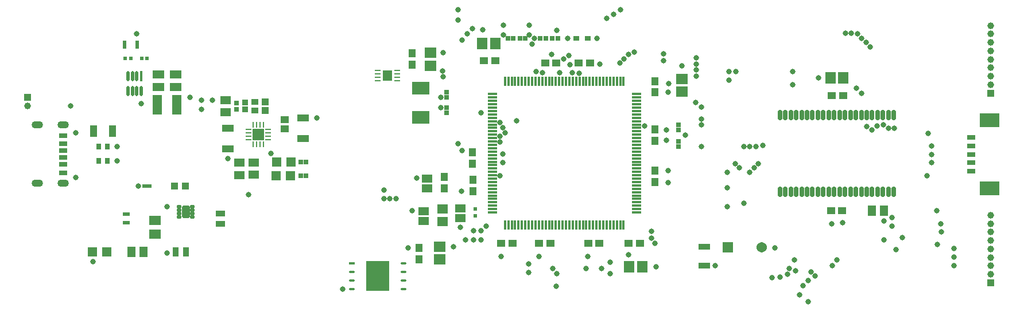
<source format=gbr>
%TF.GenerationSoftware,Altium Limited,Altium Designer,25.8.1 (18)*%
G04 Layer_Color=8388736*
%FSLAX45Y45*%
%MOMM*%
%TF.SameCoordinates,7B3F40D8-49BE-4A82-B445-1243D3C56F15*%
%TF.FilePolarity,Negative*%
%TF.FileFunction,Soldermask,Top*%
%TF.Part,Single*%
G01*
G75*
%TA.AperFunction,SMDPad,CuDef*%
%ADD11R,1.35000X0.35000*%
%ADD12R,0.35000X1.35000*%
%ADD15R,1.01213X1.15814*%
%ADD16R,1.15814X1.01213*%
%ADD17R,0.90000X0.80000*%
%ADD18R,1.70000X0.95000*%
%ADD19R,0.50000X0.50000*%
%ADD22R,1.40000X1.60000*%
G04:AMPARAMS|DCode=23|XSize=0.86107mm|YSize=0.23928mm|CornerRadius=0.11964mm|HoleSize=0mm|Usage=FLASHONLY|Rotation=0.000|XOffset=0mm|YOffset=0mm|HoleType=Round|Shape=RoundedRectangle|*
%AMROUNDEDRECTD23*
21,1,0.86107,0.00000,0,0,0.0*
21,1,0.62178,0.23928,0,0,0.0*
1,1,0.23928,0.31089,0.00000*
1,1,0.23928,-0.31089,0.00000*
1,1,0.23928,-0.31089,0.00000*
1,1,0.23928,0.31089,0.00000*
%
%ADD23ROUNDEDRECTD23*%
%ADD24R,1.80000X1.00000*%
%ADD27R,0.60000X1.25000*%
G04:AMPARAMS|DCode=28|XSize=1.50524mm|YSize=0.45493mm|CornerRadius=0.22746mm|HoleSize=0mm|Usage=FLASHONLY|Rotation=270.000|XOffset=0mm|YOffset=0mm|HoleType=Round|Shape=RoundedRectangle|*
%AMROUNDEDRECTD28*
21,1,1.50524,0.00000,0,0,270.0*
21,1,1.05031,0.45493,0,0,270.0*
1,1,0.45493,0.00000,-0.52516*
1,1,0.45493,0.00000,0.52516*
1,1,0.45493,0.00000,0.52516*
1,1,0.45493,0.00000,-0.52516*
%
%ADD28ROUNDEDRECTD28*%
%ADD30R,0.52000X0.52000*%
%ADD34R,1.68000X1.68000*%
G04:AMPARAMS|DCode=35|XSize=0.23928mm|YSize=0.86602mm|CornerRadius=0.11964mm|HoleSize=0mm|Usage=FLASHONLY|Rotation=0.000|XOffset=0mm|YOffset=0mm|HoleType=Round|Shape=RoundedRectangle|*
%AMROUNDEDRECTD35*
21,1,0.23928,0.62673,0,0,0.0*
21,1,0.00000,0.86602,0,0,0.0*
1,1,0.23928,0.00000,-0.31337*
1,1,0.23928,0.00000,-0.31337*
1,1,0.23928,0.00000,0.31337*
1,1,0.23928,0.00000,0.31337*
%
%ADD35ROUNDEDRECTD35*%
%ADD36R,3.50000X4.40000*%
G04:AMPARAMS|DCode=37|XSize=0.86107mm|YSize=0.39247mm|CornerRadius=0.19624mm|HoleSize=0mm|Usage=FLASHONLY|Rotation=0.000|XOffset=0mm|YOffset=0mm|HoleType=Round|Shape=RoundedRectangle|*
%AMROUNDEDRECTD37*
21,1,0.86107,0.00000,0,0,0.0*
21,1,0.46860,0.39247,0,0,0.0*
1,1,0.39247,0.23430,0.00000*
1,1,0.39247,-0.23430,0.00000*
1,1,0.39247,-0.23430,0.00000*
1,1,0.39247,0.23430,0.00000*
%
%ADD37ROUNDEDRECTD37*%
G04:AMPARAMS|DCode=38|XSize=0.86602mm|YSize=0.23928mm|CornerRadius=0.11964mm|HoleSize=0mm|Usage=FLASHONLY|Rotation=0.000|XOffset=0mm|YOffset=0mm|HoleType=Round|Shape=RoundedRectangle|*
%AMROUNDEDRECTD38*
21,1,0.86602,0.00000,0,0,0.0*
21,1,0.62673,0.23928,0,0,0.0*
1,1,0.23928,0.31337,0.00000*
1,1,0.23928,-0.31337,0.00000*
1,1,0.23928,-0.31337,0.00000*
1,1,0.23928,0.31337,0.00000*
%
%ADD38ROUNDEDRECTD38*%
%ADD39R,1.20000X0.80000*%
%ADD40R,0.73504X0.86213*%
%ADD42R,1.13504X1.06213*%
%ADD44R,1.35000X0.95000*%
%ADD45R,0.95000X1.35000*%
%ADD50R,1.55620X1.45490*%
%ADD52R,1.00000X0.55000*%
%ADD54R,1.30000X0.80000*%
%ADD55R,2.60000X1.90000*%
%ADD56R,0.86107X0.39247*%
%ADD57R,1.20000X0.76000*%
%ADD58R,1.20000X0.70000*%
%ADD59R,1.00000X1.80000*%
%ADD60R,0.86602X0.23928*%
%ADD64R,0.45493X1.50524*%
%ADD65R,3.00000X2.10000*%
%ADD66R,0.86107X0.23928*%
%TA.AperFunction,ComponentPad*%
%ADD69C,1.00000*%
%ADD70C,1.54060*%
%ADD71R,1.54060X1.54060*%
%ADD72R,1.00000X1.00000*%
G04:AMPARAMS|DCode=73|XSize=1.1mm|YSize=1.7mm|CornerRadius=0.55mm|HoleSize=0mm|Usage=FLASHONLY|Rotation=270.000|XOffset=0mm|YOffset=0mm|HoleType=Round|Shape=RoundedRectangle|*
%AMROUNDEDRECTD73*
21,1,1.10000,0.60000,0,0,270.0*
21,1,0.00000,1.70000,0,0,270.0*
1,1,1.10000,-0.30000,0.00000*
1,1,1.10000,-0.30000,0.00000*
1,1,1.10000,0.30000,0.00000*
1,1,1.10000,0.30000,0.00000*
%
%ADD73ROUNDEDRECTD73*%
%TA.AperFunction,SMDPad,CuDef*%
G04:AMPARAMS|DCode=82|XSize=0.7532mm|YSize=1.5532mm|CornerRadius=0.3766mm|HoleSize=0mm|Usage=FLASHONLY|Rotation=0.000|XOffset=0mm|YOffset=0mm|HoleType=Round|Shape=RoundedRectangle|*
%AMROUNDEDRECTD82*
21,1,0.75320,0.80000,0,0,0.0*
21,1,0.00000,1.55320,0,0,0.0*
1,1,0.75320,0.00000,-0.40000*
1,1,0.75320,0.00000,-0.40000*
1,1,0.75320,0.00000,0.40000*
1,1,0.75320,0.00000,0.40000*
%
%ADD82ROUNDEDRECTD82*%
%ADD83R,1.60320X1.70320*%
%ADD84R,1.70320X1.60320*%
%ADD85R,1.55320X1.30320*%
%ADD86R,0.72320X0.76320*%
%ADD87R,1.05320X0.90320*%
%ADD88R,1.10320X1.05320*%
%ADD89R,1.55320X1.20320*%
%ADD90R,0.85320X0.85320*%
%ADD91R,0.75320X0.75320*%
%ADD92R,1.25320X1.10320*%
G04:AMPARAMS|DCode=93|XSize=0.4532mm|YSize=0.7032mm|CornerRadius=0.1516mm|HoleSize=0mm|Usage=FLASHONLY|Rotation=270.000|XOffset=0mm|YOffset=0mm|HoleType=Round|Shape=RoundedRectangle|*
%AMROUNDEDRECTD93*
21,1,0.45320,0.40000,0,0,270.0*
21,1,0.15000,0.70320,0,0,270.0*
1,1,0.30320,-0.20000,-0.07500*
1,1,0.30320,-0.20000,0.07500*
1,1,0.30320,0.20000,0.07500*
1,1,0.30320,0.20000,-0.07500*
%
%ADD93ROUNDEDRECTD93*%
G04:AMPARAMS|DCode=94|XSize=1.1032mm|YSize=1.8032mm|CornerRadius=0.1511mm|HoleSize=0mm|Usage=FLASHONLY|Rotation=180.000|XOffset=0mm|YOffset=0mm|HoleType=Round|Shape=RoundedRectangle|*
%AMROUNDEDRECTD94*
21,1,1.10320,1.50100,0,0,180.0*
21,1,0.80100,1.80320,0,0,180.0*
1,1,0.30220,-0.40050,0.75050*
1,1,0.30220,0.40050,0.75050*
1,1,0.30220,0.40050,-0.75050*
1,1,0.30220,-0.40050,-0.75050*
%
%ADD94ROUNDEDRECTD94*%
%ADD95R,1.40320X1.40320*%
%ADD96R,1.20320X1.55320*%
%ADD97R,0.65320X0.65320*%
%ADD98R,0.65320X0.65320*%
%ADD99R,0.65320X0.55320*%
%ADD100R,1.75320X1.45320*%
%ADD101R,1.65320X1.25320*%
%ADD102R,1.45320X2.90320*%
%ADD103R,0.75320X0.70320*%
%TA.AperFunction,ViaPad*%
%ADD104C,0.80320*%
%ADD105C,0.64000*%
D11*
X12029925Y7950600D02*
D03*
X9904925Y8150600D02*
D03*
X12029925Y7800600D02*
D03*
X9904925Y8800600D02*
D03*
Y8300600D02*
D03*
X12029925D02*
D03*
Y7450600D02*
D03*
X9904925Y8250600D02*
D03*
X12029925Y7850600D02*
D03*
Y8800600D02*
D03*
Y8150600D02*
D03*
Y7600600D02*
D03*
X9904925Y8600600D02*
D03*
Y8100600D02*
D03*
Y7350600D02*
D03*
Y8400600D02*
D03*
X12029925Y7700600D02*
D03*
Y7500600D02*
D03*
X9904925Y7300600D02*
D03*
Y7400600D02*
D03*
Y8050600D02*
D03*
X12029925Y8200600D02*
D03*
Y7650600D02*
D03*
Y8850600D02*
D03*
Y7900600D02*
D03*
X9904925Y8350600D02*
D03*
Y8200600D02*
D03*
X12029925Y7750600D02*
D03*
Y7550600D02*
D03*
X9904925Y7650600D02*
D03*
Y8850600D02*
D03*
Y8750600D02*
D03*
Y8700600D02*
D03*
Y8650600D02*
D03*
Y8550600D02*
D03*
Y8450600D02*
D03*
Y8000600D02*
D03*
Y7950600D02*
D03*
Y7900600D02*
D03*
Y7850600D02*
D03*
Y7800600D02*
D03*
Y7750600D02*
D03*
Y7700600D02*
D03*
Y7600600D02*
D03*
Y7550600D02*
D03*
Y7500600D02*
D03*
Y7450600D02*
D03*
Y7250600D02*
D03*
Y7200600D02*
D03*
Y7150600D02*
D03*
Y7100600D02*
D03*
X12029925D02*
D03*
Y7150600D02*
D03*
Y7200600D02*
D03*
Y7250600D02*
D03*
Y7300600D02*
D03*
Y7350600D02*
D03*
Y7400600D02*
D03*
Y8000600D02*
D03*
Y8050600D02*
D03*
Y8100600D02*
D03*
Y8250600D02*
D03*
Y8350600D02*
D03*
Y8400600D02*
D03*
Y8450600D02*
D03*
Y8500600D02*
D03*
Y8550600D02*
D03*
Y8600600D02*
D03*
Y8650600D02*
D03*
Y8700600D02*
D03*
Y8750600D02*
D03*
X9904925Y8500600D02*
D03*
D12*
X11592425Y9038100D02*
D03*
X10992425Y6913100D02*
D03*
X11242425D02*
D03*
X10742425D02*
D03*
X11542425Y9038100D02*
D03*
X11292425D02*
D03*
X10792425D02*
D03*
X10142425Y6913100D02*
D03*
X11292425D02*
D03*
X10792425D02*
D03*
X11042425D02*
D03*
X11392425Y9038100D02*
D03*
X10192425Y6913100D02*
D03*
X10092425Y9038100D02*
D03*
X10842425Y6913100D02*
D03*
X11342425D02*
D03*
X11842425D02*
D03*
X10742425Y9038100D02*
D03*
X11242425D02*
D03*
X10892425Y6913100D02*
D03*
X11142425D02*
D03*
X11392425D02*
D03*
X11092425D02*
D03*
X10942425D02*
D03*
X11342425Y9038100D02*
D03*
X11192425Y6913100D02*
D03*
X10092425D02*
D03*
X10242425D02*
D03*
X10292425D02*
D03*
X10342425D02*
D03*
X10392425D02*
D03*
X10442425D02*
D03*
X10492425D02*
D03*
X10542425D02*
D03*
X10592425D02*
D03*
X10642425D02*
D03*
X10692425D02*
D03*
X11442425D02*
D03*
X11492425D02*
D03*
X11542425D02*
D03*
X11592425D02*
D03*
X11642425D02*
D03*
X11692425D02*
D03*
X11742425D02*
D03*
X11792425D02*
D03*
X11842425Y9038100D02*
D03*
X11792425D02*
D03*
X11742425D02*
D03*
X11692425D02*
D03*
X11642425D02*
D03*
X11492425D02*
D03*
X11442425D02*
D03*
X11192425D02*
D03*
X11142425D02*
D03*
X11092425D02*
D03*
X11042425D02*
D03*
X10992425D02*
D03*
X10942425D02*
D03*
X10892425D02*
D03*
X10842425D02*
D03*
X10692425D02*
D03*
X10642425D02*
D03*
X10592425D02*
D03*
X10542425D02*
D03*
X10492425D02*
D03*
X10442425D02*
D03*
X10392425D02*
D03*
X10342425D02*
D03*
X10292425D02*
D03*
X10242425D02*
D03*
X10192425D02*
D03*
X10142425D02*
D03*
D15*
X12306300Y8877300D02*
D03*
Y7550001D02*
D03*
Y8159601D02*
D03*
X9613900Y7988599D02*
D03*
X9620250Y7416561D02*
D03*
X8724900Y9455400D02*
D03*
X9194800Y7626500D02*
D03*
X8826500Y6572399D02*
D03*
X12306300Y9042699D02*
D03*
Y8324999D02*
D03*
Y7715399D02*
D03*
X8724900Y9290001D02*
D03*
X9613900Y7823200D02*
D03*
X9620250Y7581959D02*
D03*
X9194800Y7461101D02*
D03*
X8826500Y6407001D02*
D03*
D16*
X14912041Y8826500D02*
D03*
X11347599Y9309100D02*
D03*
X10852299D02*
D03*
X9785200Y9347200D02*
D03*
X15068700Y7124700D02*
D03*
X12084199Y6642100D02*
D03*
X11321901D02*
D03*
X10039201D02*
D03*
X10598001D02*
D03*
X11182201Y9309100D02*
D03*
X10686901D02*
D03*
X14903300Y7124700D02*
D03*
X11918801Y6642100D02*
D03*
X11487299D02*
D03*
X10763399D02*
D03*
X9950599Y9347200D02*
D03*
X10204600Y6642100D02*
D03*
X15077440Y8826500D02*
D03*
D17*
X11311800Y9677400D02*
D03*
X11141800D02*
D03*
D18*
X13030200Y6311600D02*
D03*
Y6591600D02*
D03*
D19*
X9652000Y7048500D02*
D03*
Y7148500D02*
D03*
D22*
X8356600Y9125200D02*
D03*
D23*
X8214047Y9050200D02*
D03*
X8499153Y9200200D02*
D03*
Y9100200D02*
D03*
X8499153Y9050200D02*
D03*
X8499153Y9150200D02*
D03*
X8214047Y9100200D02*
D03*
Y9150200D02*
D03*
D24*
X7113374Y8495900D02*
D03*
X6008475Y8043499D02*
D03*
Y8343500D02*
D03*
X7113374Y8195900D02*
D03*
D27*
X4663500Y9585677D02*
D03*
X4483500D02*
D03*
D28*
X4725900Y8898503D02*
D03*
X4660900D02*
D03*
X4595900Y9118600D02*
D03*
X4530900D02*
D03*
X4530900Y8898504D02*
D03*
X4595900Y8898503D02*
D03*
X4660900Y9118600D02*
D03*
D30*
X4573500Y9382477D02*
D03*
X4493500Y9382477D02*
D03*
X4734800Y9382477D02*
D03*
X4814800Y9382478D02*
D03*
D34*
X6451600Y8255000D02*
D03*
D35*
X6526600Y8112694D02*
D03*
X6526600Y8397305D02*
D03*
X6426600Y8397305D02*
D03*
X6376600Y8112694D02*
D03*
X6376600Y8397305D02*
D03*
X6476600Y8112694D02*
D03*
Y8397305D02*
D03*
X6426600Y8112694D02*
D03*
D36*
X8215347Y6159500D02*
D03*
D37*
X7832793Y5969000D02*
D03*
X8597900Y6350000D02*
D03*
Y6223000D02*
D03*
Y5969000D02*
D03*
X7832793Y6223000D02*
D03*
X8597900Y6096000D02*
D03*
X7832794D02*
D03*
D38*
X6309294Y8180000D02*
D03*
Y8280000D02*
D03*
Y8230000D02*
D03*
X6593906D02*
D03*
Y8280000D02*
D03*
Y8329999D02*
D03*
Y8180000D02*
D03*
D39*
X3576600Y8237675D02*
D03*
Y7687675D02*
D03*
D40*
X4225179Y8076726D02*
D03*
X4227139Y7861300D02*
D03*
X4102100Y8076726D02*
D03*
X4104061Y7861300D02*
D03*
D42*
X5377440Y7493000D02*
D03*
X5214361Y7493000D02*
D03*
D44*
X5892800Y6935400D02*
D03*
Y7085400D02*
D03*
D45*
X5383600Y6515100D02*
D03*
X5233600D02*
D03*
D50*
X9169400Y6968635D02*
D03*
Y7153765D02*
D03*
D52*
X4508500Y6947900D02*
D03*
X4508500Y7072900D02*
D03*
D54*
X16967200Y7834474D02*
D03*
Y8209474D02*
D03*
Y7959474D02*
D03*
Y8084474D02*
D03*
Y7709474D02*
D03*
D55*
X8851900Y8509900D02*
D03*
Y8939900D02*
D03*
D56*
X7832794Y6350000D02*
D03*
D57*
X3576600Y8114675D02*
D03*
Y7810675D02*
D03*
D58*
Y8012675D02*
D03*
Y7912675D02*
D03*
D59*
X4305600Y8305800D02*
D03*
X4025600D02*
D03*
D60*
X6309294Y8330000D02*
D03*
D64*
X4725901Y9118600D02*
D03*
D65*
X17242200Y8464474D02*
D03*
Y7454474D02*
D03*
D66*
X8214047Y9200200D02*
D03*
D69*
X17259300Y6561200D02*
D03*
X17259300Y6311200D02*
D03*
Y6436200D02*
D03*
X3053800Y8675100D02*
D03*
X17259300Y6186200D02*
D03*
Y9114600D02*
D03*
Y7061200D02*
D03*
Y6811200D02*
D03*
Y9864600D02*
D03*
Y9239600D02*
D03*
Y9614600D02*
D03*
X17259300Y9364600D02*
D03*
X17259300Y8989600D02*
D03*
Y6936200D02*
D03*
Y6686200D02*
D03*
Y9489600D02*
D03*
Y9739600D02*
D03*
D70*
X13880016Y6583703D02*
D03*
D71*
X13379636D02*
D03*
D72*
X17259300Y8864600D02*
D03*
Y6061200D02*
D03*
X3053800Y8800100D02*
D03*
D73*
X3576600Y8394675D02*
D03*
Y7530675D02*
D03*
X3196600Y8394675D02*
D03*
Y7530675D02*
D03*
D82*
X14868539Y8543100D02*
D03*
X15828540Y7408100D02*
D03*
X14148540Y8543100D02*
D03*
X14548540Y7408100D02*
D03*
X15428540Y8543100D02*
D03*
X15668539D02*
D03*
X14468539D02*
D03*
X14308540Y7408100D02*
D03*
X15748540D02*
D03*
X15108540D02*
D03*
X14228540Y8543100D02*
D03*
X14948540D02*
D03*
X15028540Y7408100D02*
D03*
X14228540D02*
D03*
X15748540Y8543100D02*
D03*
X14788541D02*
D03*
X14308540D02*
D03*
X15588541Y7408100D02*
D03*
X14468539D02*
D03*
X15188541Y8543100D02*
D03*
X15508540D02*
D03*
X14148540Y7408100D02*
D03*
X14788541D02*
D03*
X15668539D02*
D03*
X15028540Y8543100D02*
D03*
X14948540Y7408100D02*
D03*
X14388541D02*
D03*
X15108540Y8543100D02*
D03*
X15828540D02*
D03*
X15188541Y7408100D02*
D03*
X15588541Y8543100D02*
D03*
X14868539Y7408100D02*
D03*
X14548540Y8543100D02*
D03*
X15428540Y7408100D02*
D03*
X14388541Y8543100D02*
D03*
X14628540Y7408100D02*
D03*
X14708540D02*
D03*
X15268539D02*
D03*
X15348540D02*
D03*
X15508540D02*
D03*
X14628540Y8543100D02*
D03*
X14708540D02*
D03*
X15268539D02*
D03*
X15348540D02*
D03*
D83*
X14893539Y9093200D02*
D03*
X9760200Y9601200D02*
D03*
X12115300Y6299200D02*
D03*
X15083540Y9093200D02*
D03*
X9950200Y9601200D02*
D03*
X11925300Y6299200D02*
D03*
D84*
X12700000Y9073900D02*
D03*
X8991600Y9461500D02*
D03*
X9131300Y6597400D02*
D03*
X8991600Y9271500D02*
D03*
X9131300Y6407400D02*
D03*
X12700000Y8883900D02*
D03*
D85*
X9436100Y7016600D02*
D03*
X8940800Y7601100D02*
D03*
X8890000Y7118500D02*
D03*
X8940800Y7461100D02*
D03*
X8890000Y6978500D02*
D03*
X9436100Y7156600D02*
D03*
D86*
X9232900Y8800200D02*
D03*
Y8649600D02*
D03*
Y8571600D02*
D03*
Y8878200D02*
D03*
D87*
X6402174Y8736200D02*
D03*
X6402174Y8611199D02*
D03*
D88*
X6553200Y8739100D02*
D03*
X6553199Y8609100D02*
D03*
D89*
X5970049Y8763700D02*
D03*
X6389474Y7656599D02*
D03*
X6173574Y7655500D02*
D03*
X5970049Y8583700D02*
D03*
X6173574Y7835500D02*
D03*
X6389474Y7836600D02*
D03*
D90*
X6261749Y8723700D02*
D03*
Y8623700D02*
D03*
D91*
X6135474Y8718700D02*
D03*
Y8628700D02*
D03*
D92*
X6846674Y8470500D02*
D03*
Y8335500D02*
D03*
D93*
X5479800Y7187000D02*
D03*
X5479800Y7037000D02*
D03*
X5289799Y7137000D02*
D03*
X5289800Y7087000D02*
D03*
X5479800D02*
D03*
X5479800Y7137000D02*
D03*
X5289800Y7037000D02*
D03*
X5289799Y7187000D02*
D03*
D94*
X5384800Y7112000D02*
D03*
D95*
X4009800Y6515100D02*
D03*
X4219800D02*
D03*
X6719674Y7645000D02*
D03*
X6723075Y7848199D02*
D03*
X6933074D02*
D03*
X6929675Y7645000D02*
D03*
D96*
X15505600Y7124700D02*
D03*
X15685600D02*
D03*
X4763600Y6515100D02*
D03*
X4583600D02*
D03*
D97*
X12649200Y8318500D02*
D03*
Y8155300D02*
D03*
Y8398500D02*
D03*
Y8075300D02*
D03*
D98*
X10793100Y9677400D02*
D03*
X10695300D02*
D03*
X10214600D02*
D03*
X10312400D02*
D03*
X10873100D02*
D03*
X10392400D02*
D03*
X10615300D02*
D03*
X10134600D02*
D03*
D99*
X4780800Y7493000D02*
D03*
X4845800D02*
D03*
D100*
X4927600Y6780900D02*
D03*
Y6985900D02*
D03*
D101*
X5233900Y8959777D02*
D03*
X4979900Y8959778D02*
D03*
X4979900Y9144777D02*
D03*
X5233900Y9144776D02*
D03*
D102*
X5249400Y8696677D02*
D03*
X4964400Y8696676D02*
D03*
D103*
X7157075Y7644999D02*
D03*
Y7848199D02*
D03*
X7082074Y7644999D02*
D03*
Y7848199D02*
D03*
D104*
X3683000Y8674100D02*
D03*
X16713200Y6565900D02*
D03*
Y6438900D02*
D03*
Y6311900D02*
D03*
X14566901Y5778500D02*
D03*
X10960100Y9372600D02*
D03*
X11036300Y9423400D02*
D03*
X9182100Y9105900D02*
D03*
X9169400Y9194800D02*
D03*
X13373100Y7188200D02*
D03*
Y7467600D02*
D03*
Y7696200D02*
D03*
X13500101Y9182100D02*
D03*
X8666808Y6578600D02*
D03*
X15836900Y8343900D02*
D03*
X9398000Y8115300D02*
D03*
X15951199Y6731000D02*
D03*
X15862300Y6553200D02*
D03*
X12915900Y9118600D02*
D03*
X11785600Y9309100D02*
D03*
X12255500Y6819900D02*
D03*
X10261600Y8458200D02*
D03*
X13614400Y7239000D02*
D03*
Y8077200D02*
D03*
X15671800Y8394700D02*
D03*
X10096500Y8280400D02*
D03*
X15430499Y8369300D02*
D03*
X12153900Y8382000D02*
D03*
X13830299Y7823200D02*
D03*
X13893800Y8089900D02*
D03*
X14566901Y6096000D02*
D03*
X14147800Y6146800D02*
D03*
X10845800Y6007100D02*
D03*
X14439900Y5880100D02*
D03*
X10439400Y6210300D02*
D03*
Y6337300D02*
D03*
X13398500Y9182100D02*
D03*
Y9055100D02*
D03*
X12915900Y9207500D02*
D03*
X11849100Y9372600D02*
D03*
X15748000Y8343900D02*
D03*
X10020300Y8229600D02*
D03*
X14719299Y9093200D02*
D03*
X12700000Y9271000D02*
D03*
X12496800Y8877300D02*
D03*
X11451500Y9677400D02*
D03*
X11493500Y9296400D02*
D03*
X12496800Y7543800D02*
D03*
X12471400Y8166100D02*
D03*
X9766300Y9804400D02*
D03*
X10782300Y9436100D02*
D03*
X9740900Y8572500D02*
D03*
X9461500Y8013700D02*
D03*
X15074899Y6946900D02*
D03*
X12306300Y6642100D02*
D03*
X14071600Y6578600D02*
D03*
X13195300Y6311900D02*
D03*
X12319000Y6299200D02*
D03*
X9448800Y7416800D02*
D03*
X9436100Y6883400D02*
D03*
X11315700Y6451600D02*
D03*
X9334500Y6591300D02*
D03*
X10591800Y6451600D02*
D03*
X10033000D02*
D03*
X9182100Y9461500D02*
D03*
X9144000Y8801100D02*
D03*
Y8648700D02*
D03*
X7315200Y8496300D02*
D03*
X4660900Y9740900D02*
D03*
X5778500Y8763000D02*
D03*
X4724400Y8712200D02*
D03*
X6642100Y7975600D02*
D03*
X8788400Y7607300D02*
D03*
X8724900Y7124700D02*
D03*
X7696200Y5969000D02*
D03*
X3759200Y8280400D02*
D03*
X4368800Y8077200D02*
D03*
X6007100Y7899400D02*
D03*
X4368800Y7861300D02*
D03*
X3759200Y7620000D02*
D03*
X4013200Y6375400D02*
D03*
X15506700Y8318500D02*
D03*
X10020300Y8432800D02*
D03*
X15354300Y8864600D02*
D03*
X13550900Y7759700D02*
D03*
X11912552Y9436012D02*
D03*
X15798801Y6896100D02*
D03*
X12915900Y9296400D02*
D03*
X15798801Y7023100D02*
D03*
X14986000Y6400800D02*
D03*
X14363699D02*
D03*
X13766800Y7759700D02*
D03*
X13792200Y8077200D02*
D03*
X15684500Y6692900D02*
D03*
X12509500Y9004300D02*
D03*
X12750800Y8242300D02*
D03*
X12471400Y8318500D02*
D03*
X15684500Y6972300D02*
D03*
X14909801Y6934200D02*
D03*
X12496800Y7721600D02*
D03*
X11912600Y6477000D02*
D03*
X11518900Y6273800D02*
D03*
X10795000D02*
D03*
X11290300D02*
D03*
X5448300Y8801100D02*
D03*
X6311900Y7366000D02*
D03*
X4686300Y7493000D02*
D03*
X5105400Y7188200D02*
D03*
Y6502400D02*
D03*
X14922501Y6311900D02*
D03*
X14287500Y6273800D02*
D03*
X11645900Y6197600D02*
D03*
X10858500D02*
D03*
X14376401Y6235700D02*
D03*
X14605000Y6223000D02*
D03*
X15582899Y8382000D02*
D03*
X10058400Y8356600D02*
D03*
X14033501Y6134100D02*
D03*
X14490700Y6019800D02*
D03*
X10020300Y8140700D02*
D03*
X15278101Y8940800D02*
D03*
X13487399Y7823200D02*
D03*
X13703300Y7696200D02*
D03*
Y8077200D02*
D03*
X12001500Y9474200D02*
D03*
X12915900Y9385300D02*
D03*
X14338300Y8991600D02*
D03*
Y9182100D02*
D03*
X14668500Y6159500D02*
D03*
X14262100Y6184900D02*
D03*
X16332201Y8267700D02*
D03*
X11049000Y9283700D02*
D03*
X15354300Y9677400D02*
D03*
X12433300Y9347200D02*
D03*
X16384425Y7834474D02*
D03*
X16459200Y7124700D02*
D03*
X12992101Y8661400D02*
D03*
X9512300Y6692900D02*
D03*
X9817100Y6896100D02*
D03*
X10553700Y9182100D02*
D03*
X16526700Y6811200D02*
D03*
X12992101Y8394700D02*
D03*
X9740900Y6692900D02*
D03*
Y6832600D02*
D03*
X9461500Y9652000D02*
D03*
X11798300Y10096500D02*
D03*
X10858500Y9791700D02*
D03*
X12433300Y9448800D02*
D03*
X16386426Y7959474D02*
D03*
X11645900Y6362700D02*
D03*
X9398000Y10096500D02*
D03*
Y9944100D02*
D03*
X10452100Y9867900D02*
D03*
Y9728200D02*
D03*
X15290800Y9740900D02*
D03*
X8483600Y7302500D02*
D03*
X10058400Y7835900D02*
D03*
X10496395Y9594695D02*
D03*
X11019700Y9677400D02*
D03*
X10528300D02*
D03*
X9613900Y9817100D02*
D03*
X11595100Y9969500D02*
D03*
X12255500Y6718300D02*
D03*
X10020300Y7645400D02*
D03*
X10642600Y9169400D02*
D03*
X16388426Y8084474D02*
D03*
X15201900Y9753600D02*
D03*
X9626600Y6692900D02*
D03*
Y6832600D02*
D03*
X8394700Y7302500D02*
D03*
X10058400Y7962900D02*
D03*
X10071100Y9867900D02*
D03*
Y9728200D02*
D03*
X11087100Y9169400D02*
D03*
X15417799Y9613900D02*
D03*
X11188700Y9156700D02*
D03*
X15481300Y9550400D02*
D03*
X16524699Y6936200D02*
D03*
X12992101Y8483600D02*
D03*
X16471899Y6629400D02*
D03*
X12992101Y8077200D02*
D03*
X10896600Y9169400D02*
D03*
X15113000Y9753600D02*
D03*
X16319501Y7645400D02*
D03*
X12903200Y8724900D02*
D03*
X9537700Y9740900D02*
D03*
X11696700Y10033000D02*
D03*
X8305800Y7302500D02*
D03*
Y7429500D02*
D03*
X5613400Y8623300D02*
D03*
Y8763000D02*
D03*
D105*
X5384800Y7072000D02*
D03*
X5384800Y7152000D02*
D03*
%TF.MD5,592420d3e66683990194dede7a701dd6*%
M02*

</source>
